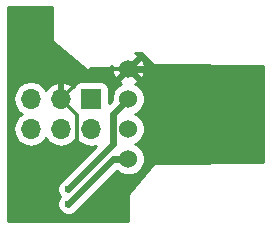
<source format=gbl>
G04 #@! TF.FileFunction,Copper,L2,Bot,Signal*
%FSLAX46Y46*%
G04 Gerber Fmt 4.6, Leading zero omitted, Abs format (unit mm)*
G04 Created by KiCad (PCBNEW 4.0.6) date Fri Jul 21 15:56:31 2017*
%MOMM*%
%LPD*%
G01*
G04 APERTURE LIST*
%ADD10C,0.100000*%
%ADD11C,1.524000*%
%ADD12R,1.700000X1.700000*%
%ADD13O,1.700000X1.700000*%
%ADD14C,0.600000*%
%ADD15C,0.600000*%
%ADD16C,0.300000*%
%ADD17C,0.254000*%
G04 APERTURE END LIST*
D10*
D11*
X65405000Y-40640000D03*
X65405000Y-43180000D03*
X65405000Y-45720000D03*
X65405000Y-48260000D03*
D12*
X62230000Y-43180000D03*
D13*
X62230000Y-45720000D03*
X59690000Y-43180000D03*
X59690000Y-45720000D03*
X57150000Y-43180000D03*
X57150000Y-45720000D03*
D14*
X60325000Y-50800000D03*
X60325000Y-52070000D03*
X71755000Y-45085000D03*
X66675000Y-44450000D03*
X58420000Y-36195000D03*
X55880000Y-36195000D03*
X55880000Y-40640000D03*
X55880000Y-38735000D03*
X58420000Y-38735000D03*
X70485000Y-48260000D03*
X72390000Y-48260000D03*
X74930000Y-48260000D03*
X76200000Y-48260000D03*
X76200000Y-46355000D03*
X76200000Y-44450000D03*
X76200000Y-42545000D03*
X76200000Y-40640000D03*
X74930000Y-40640000D03*
X72390000Y-40640000D03*
X70485000Y-40640000D03*
X61595000Y-47625000D03*
D15*
X60325000Y-50800000D02*
X64142999Y-46982001D01*
X64142999Y-46982001D02*
X64142999Y-44442001D01*
X64142999Y-44442001D02*
X64643001Y-43941999D01*
X64643001Y-43941999D02*
X65405000Y-43180000D01*
X64142999Y-46347001D02*
X64142999Y-44442001D01*
X60325000Y-52070000D02*
X64135000Y-48260000D01*
X64135000Y-48260000D02*
X65405000Y-48260000D01*
D16*
X66675000Y-44450000D02*
X71120000Y-44450000D01*
X71120000Y-44450000D02*
X71755000Y-45085000D01*
X70485000Y-48260000D02*
X66675000Y-44450000D01*
X55880000Y-36195000D02*
X58420000Y-36195000D01*
X55880000Y-38735000D02*
X55880000Y-40640000D01*
X59690000Y-43180000D02*
X59690000Y-40005000D01*
X59690000Y-40005000D02*
X58420000Y-38735000D01*
X59690000Y-43180000D02*
X62230000Y-40640000D01*
X62230000Y-40640000D02*
X65405000Y-40640000D01*
X61595000Y-47625000D02*
X61029999Y-47059999D01*
X61029999Y-47059999D02*
X61029999Y-44519999D01*
X60539999Y-44029999D02*
X59690000Y-43180000D01*
X61029999Y-44519999D02*
X60539999Y-44029999D01*
D15*
X72390000Y-48260000D02*
X70485000Y-48260000D01*
X76200000Y-48260000D02*
X74930000Y-48260000D01*
X76200000Y-44450000D02*
X76200000Y-46355000D01*
X76200000Y-40640000D02*
X76200000Y-42545000D01*
X72390000Y-40640000D02*
X74930000Y-40640000D01*
X65405000Y-40640000D02*
X70485000Y-40640000D01*
D17*
G36*
X58898000Y-38215000D02*
X58908006Y-38264410D01*
X58943697Y-38312564D01*
X61943697Y-40812564D01*
X61988060Y-40836509D01*
X62025000Y-40842000D01*
X63525000Y-40842000D01*
X63574410Y-40831994D01*
X63614803Y-40804803D01*
X64000599Y-40419007D01*
X63995856Y-40432302D01*
X64023638Y-40987368D01*
X64182603Y-41371143D01*
X64424787Y-41440608D01*
X65225395Y-40640000D01*
X65584605Y-40640000D01*
X66385213Y-41440608D01*
X66627397Y-41371143D01*
X66814144Y-40847698D01*
X66786362Y-40292632D01*
X66627397Y-39908857D01*
X66385213Y-39839392D01*
X65584605Y-40640000D01*
X65225395Y-40640000D01*
X65211253Y-40625858D01*
X65390858Y-40446253D01*
X65405000Y-40460395D01*
X66205608Y-39659787D01*
X66136143Y-39417603D01*
X65924231Y-39342000D01*
X66472394Y-39342000D01*
X67898000Y-40767606D01*
X67898000Y-48169020D01*
X65427436Y-51133697D01*
X65403491Y-51178060D01*
X65398000Y-51215000D01*
X65398000Y-53530000D01*
X55210000Y-53530000D01*
X55210000Y-43150907D01*
X55665000Y-43150907D01*
X55665000Y-43209093D01*
X55778039Y-43777378D01*
X56099946Y-44259147D01*
X56385578Y-44450000D01*
X56099946Y-44640853D01*
X55778039Y-45122622D01*
X55665000Y-45690907D01*
X55665000Y-45749093D01*
X55778039Y-46317378D01*
X56099946Y-46799147D01*
X56581715Y-47121054D01*
X57150000Y-47234093D01*
X57718285Y-47121054D01*
X58200054Y-46799147D01*
X58420000Y-46469974D01*
X58639946Y-46799147D01*
X59121715Y-47121054D01*
X59690000Y-47234093D01*
X60258285Y-47121054D01*
X60740054Y-46799147D01*
X60960000Y-46469974D01*
X61179946Y-46799147D01*
X61661715Y-47121054D01*
X62230000Y-47234093D01*
X62652697Y-47150013D01*
X59664146Y-50138564D01*
X59532808Y-50269673D01*
X59390162Y-50613201D01*
X59389838Y-50985167D01*
X59531883Y-51328943D01*
X59637710Y-51434954D01*
X59532808Y-51539673D01*
X59390162Y-51883201D01*
X59389838Y-52255167D01*
X59531883Y-52598943D01*
X59794673Y-52862192D01*
X60138201Y-53004838D01*
X60510167Y-53005162D01*
X60853943Y-52863117D01*
X61117192Y-52600327D01*
X61117355Y-52599935D01*
X64443293Y-49273997D01*
X64612630Y-49443629D01*
X65125900Y-49656757D01*
X65681661Y-49657242D01*
X66195303Y-49445010D01*
X66588629Y-49052370D01*
X66801757Y-48539100D01*
X66802242Y-47983339D01*
X66590010Y-47469697D01*
X66197370Y-47076371D01*
X65989488Y-46990051D01*
X66195303Y-46905010D01*
X66588629Y-46512370D01*
X66801757Y-45999100D01*
X66802242Y-45443339D01*
X66590010Y-44929697D01*
X66197370Y-44536371D01*
X65989488Y-44450051D01*
X66195303Y-44365010D01*
X66588629Y-43972370D01*
X66801757Y-43459100D01*
X66802242Y-42903339D01*
X66590010Y-42389697D01*
X66197370Y-41996371D01*
X66005273Y-41916605D01*
X66136143Y-41862397D01*
X66205608Y-41620213D01*
X65405000Y-40819605D01*
X64604392Y-41620213D01*
X64673857Y-41862397D01*
X64814318Y-41912509D01*
X64614697Y-41994990D01*
X64221371Y-42387630D01*
X64008243Y-42900900D01*
X64007934Y-43254776D01*
X63727440Y-43535270D01*
X63727440Y-42330000D01*
X63683162Y-42094683D01*
X63544090Y-41878559D01*
X63331890Y-41733569D01*
X63080000Y-41682560D01*
X61380000Y-41682560D01*
X61144683Y-41726838D01*
X60928559Y-41865910D01*
X60783569Y-42078110D01*
X60761699Y-42186107D01*
X60456924Y-41908355D01*
X60046890Y-41738524D01*
X59817000Y-41859845D01*
X59817000Y-43053000D01*
X59837000Y-43053000D01*
X59837000Y-43307000D01*
X59817000Y-43307000D01*
X59817000Y-43327000D01*
X59563000Y-43327000D01*
X59563000Y-43307000D01*
X59543000Y-43307000D01*
X59543000Y-43053000D01*
X59563000Y-43053000D01*
X59563000Y-41859845D01*
X59333110Y-41738524D01*
X58923076Y-41908355D01*
X58494817Y-42298642D01*
X58427702Y-42441553D01*
X58200054Y-42100853D01*
X57718285Y-41778946D01*
X57150000Y-41665907D01*
X56581715Y-41778946D01*
X56099946Y-42100853D01*
X55778039Y-42582622D01*
X55665000Y-43150907D01*
X55210000Y-43150907D01*
X55210000Y-35400000D01*
X58898000Y-35400000D01*
X58898000Y-38215000D01*
X58898000Y-38215000D01*
G37*
X58898000Y-38215000D02*
X58908006Y-38264410D01*
X58943697Y-38312564D01*
X61943697Y-40812564D01*
X61988060Y-40836509D01*
X62025000Y-40842000D01*
X63525000Y-40842000D01*
X63574410Y-40831994D01*
X63614803Y-40804803D01*
X64000599Y-40419007D01*
X63995856Y-40432302D01*
X64023638Y-40987368D01*
X64182603Y-41371143D01*
X64424787Y-41440608D01*
X65225395Y-40640000D01*
X65584605Y-40640000D01*
X66385213Y-41440608D01*
X66627397Y-41371143D01*
X66814144Y-40847698D01*
X66786362Y-40292632D01*
X66627397Y-39908857D01*
X66385213Y-39839392D01*
X65584605Y-40640000D01*
X65225395Y-40640000D01*
X65211253Y-40625858D01*
X65390858Y-40446253D01*
X65405000Y-40460395D01*
X66205608Y-39659787D01*
X66136143Y-39417603D01*
X65924231Y-39342000D01*
X66472394Y-39342000D01*
X67898000Y-40767606D01*
X67898000Y-48169020D01*
X65427436Y-51133697D01*
X65403491Y-51178060D01*
X65398000Y-51215000D01*
X65398000Y-53530000D01*
X55210000Y-53530000D01*
X55210000Y-43150907D01*
X55665000Y-43150907D01*
X55665000Y-43209093D01*
X55778039Y-43777378D01*
X56099946Y-44259147D01*
X56385578Y-44450000D01*
X56099946Y-44640853D01*
X55778039Y-45122622D01*
X55665000Y-45690907D01*
X55665000Y-45749093D01*
X55778039Y-46317378D01*
X56099946Y-46799147D01*
X56581715Y-47121054D01*
X57150000Y-47234093D01*
X57718285Y-47121054D01*
X58200054Y-46799147D01*
X58420000Y-46469974D01*
X58639946Y-46799147D01*
X59121715Y-47121054D01*
X59690000Y-47234093D01*
X60258285Y-47121054D01*
X60740054Y-46799147D01*
X60960000Y-46469974D01*
X61179946Y-46799147D01*
X61661715Y-47121054D01*
X62230000Y-47234093D01*
X62652697Y-47150013D01*
X59664146Y-50138564D01*
X59532808Y-50269673D01*
X59390162Y-50613201D01*
X59389838Y-50985167D01*
X59531883Y-51328943D01*
X59637710Y-51434954D01*
X59532808Y-51539673D01*
X59390162Y-51883201D01*
X59389838Y-52255167D01*
X59531883Y-52598943D01*
X59794673Y-52862192D01*
X60138201Y-53004838D01*
X60510167Y-53005162D01*
X60853943Y-52863117D01*
X61117192Y-52600327D01*
X61117355Y-52599935D01*
X64443293Y-49273997D01*
X64612630Y-49443629D01*
X65125900Y-49656757D01*
X65681661Y-49657242D01*
X66195303Y-49445010D01*
X66588629Y-49052370D01*
X66801757Y-48539100D01*
X66802242Y-47983339D01*
X66590010Y-47469697D01*
X66197370Y-47076371D01*
X65989488Y-46990051D01*
X66195303Y-46905010D01*
X66588629Y-46512370D01*
X66801757Y-45999100D01*
X66802242Y-45443339D01*
X66590010Y-44929697D01*
X66197370Y-44536371D01*
X65989488Y-44450051D01*
X66195303Y-44365010D01*
X66588629Y-43972370D01*
X66801757Y-43459100D01*
X66802242Y-42903339D01*
X66590010Y-42389697D01*
X66197370Y-41996371D01*
X66005273Y-41916605D01*
X66136143Y-41862397D01*
X66205608Y-41620213D01*
X65405000Y-40819605D01*
X64604392Y-41620213D01*
X64673857Y-41862397D01*
X64814318Y-41912509D01*
X64614697Y-41994990D01*
X64221371Y-42387630D01*
X64008243Y-42900900D01*
X64007934Y-43254776D01*
X63727440Y-43535270D01*
X63727440Y-42330000D01*
X63683162Y-42094683D01*
X63544090Y-41878559D01*
X63331890Y-41733569D01*
X63080000Y-41682560D01*
X61380000Y-41682560D01*
X61144683Y-41726838D01*
X60928559Y-41865910D01*
X60783569Y-42078110D01*
X60761699Y-42186107D01*
X60456924Y-41908355D01*
X60046890Y-41738524D01*
X59817000Y-41859845D01*
X59817000Y-43053000D01*
X59837000Y-43053000D01*
X59837000Y-43307000D01*
X59817000Y-43307000D01*
X59817000Y-43327000D01*
X59563000Y-43327000D01*
X59563000Y-43307000D01*
X59543000Y-43307000D01*
X59543000Y-43053000D01*
X59563000Y-43053000D01*
X59563000Y-41859845D01*
X59333110Y-41738524D01*
X58923076Y-41908355D01*
X58494817Y-42298642D01*
X58427702Y-42441553D01*
X58200054Y-42100853D01*
X57718285Y-41778946D01*
X57150000Y-41665907D01*
X56581715Y-41778946D01*
X56099946Y-42100853D01*
X55778039Y-42582622D01*
X55665000Y-43150907D01*
X55210000Y-43150907D01*
X55210000Y-35400000D01*
X58898000Y-35400000D01*
X58898000Y-38215000D01*
G36*
X58898000Y-38215000D02*
X58908006Y-38264410D01*
X58943697Y-38312564D01*
X61943697Y-40812564D01*
X61988060Y-40836509D01*
X62025000Y-40842000D01*
X63525000Y-40842000D01*
X63574410Y-40831994D01*
X63614803Y-40804803D01*
X64000599Y-40419007D01*
X63995856Y-40432302D01*
X64023638Y-40987368D01*
X64182603Y-41371143D01*
X64424787Y-41440608D01*
X65225395Y-40640000D01*
X65584605Y-40640000D01*
X66385213Y-41440608D01*
X66627397Y-41371143D01*
X66814144Y-40847698D01*
X66786362Y-40292632D01*
X66627397Y-39908857D01*
X66385213Y-39839392D01*
X65584605Y-40640000D01*
X65225395Y-40640000D01*
X65211253Y-40625858D01*
X65390858Y-40446253D01*
X65405000Y-40460395D01*
X66205608Y-39659787D01*
X66136143Y-39417603D01*
X65924231Y-39342000D01*
X66472394Y-39342000D01*
X67435197Y-40304803D01*
X67477211Y-40332666D01*
X67525000Y-40342000D01*
X72254096Y-40342000D01*
X72262862Y-40347857D01*
X72525000Y-40400000D01*
X76840000Y-40400000D01*
X76840000Y-48530000D01*
X72525000Y-48530000D01*
X72262862Y-48582143D01*
X72254096Y-48588000D01*
X67525000Y-48588000D01*
X67475590Y-48598006D01*
X67425830Y-48635664D01*
X65425830Y-51135664D01*
X65402777Y-51180497D01*
X65398000Y-51215000D01*
X65398000Y-53530000D01*
X55210000Y-53530000D01*
X55210000Y-43150907D01*
X55665000Y-43150907D01*
X55665000Y-43209093D01*
X55778039Y-43777378D01*
X56099946Y-44259147D01*
X56385578Y-44450000D01*
X56099946Y-44640853D01*
X55778039Y-45122622D01*
X55665000Y-45690907D01*
X55665000Y-45749093D01*
X55778039Y-46317378D01*
X56099946Y-46799147D01*
X56581715Y-47121054D01*
X57150000Y-47234093D01*
X57718285Y-47121054D01*
X58200054Y-46799147D01*
X58420000Y-46469974D01*
X58639946Y-46799147D01*
X59121715Y-47121054D01*
X59690000Y-47234093D01*
X60258285Y-47121054D01*
X60740054Y-46799147D01*
X60960000Y-46469974D01*
X61179946Y-46799147D01*
X61661715Y-47121054D01*
X62230000Y-47234093D01*
X62652697Y-47150013D01*
X59664146Y-50138564D01*
X59532808Y-50269673D01*
X59390162Y-50613201D01*
X59389838Y-50985167D01*
X59531883Y-51328943D01*
X59637710Y-51434954D01*
X59532808Y-51539673D01*
X59390162Y-51883201D01*
X59389838Y-52255167D01*
X59531883Y-52598943D01*
X59794673Y-52862192D01*
X60138201Y-53004838D01*
X60510167Y-53005162D01*
X60853943Y-52863117D01*
X61117192Y-52600327D01*
X61117355Y-52599935D01*
X64443293Y-49273997D01*
X64612630Y-49443629D01*
X65125900Y-49656757D01*
X65681661Y-49657242D01*
X66195303Y-49445010D01*
X66588629Y-49052370D01*
X66801757Y-48539100D01*
X66802242Y-47983339D01*
X66590010Y-47469697D01*
X66197370Y-47076371D01*
X65989488Y-46990051D01*
X66195303Y-46905010D01*
X66588629Y-46512370D01*
X66801757Y-45999100D01*
X66802242Y-45443339D01*
X66590010Y-44929697D01*
X66197370Y-44536371D01*
X65989488Y-44450051D01*
X66195303Y-44365010D01*
X66588629Y-43972370D01*
X66801757Y-43459100D01*
X66802242Y-42903339D01*
X66590010Y-42389697D01*
X66197370Y-41996371D01*
X66005273Y-41916605D01*
X66136143Y-41862397D01*
X66205608Y-41620213D01*
X65405000Y-40819605D01*
X64604392Y-41620213D01*
X64673857Y-41862397D01*
X64814318Y-41912509D01*
X64614697Y-41994990D01*
X64221371Y-42387630D01*
X64008243Y-42900900D01*
X64007934Y-43254776D01*
X63727440Y-43535270D01*
X63727440Y-42330000D01*
X63683162Y-42094683D01*
X63544090Y-41878559D01*
X63331890Y-41733569D01*
X63080000Y-41682560D01*
X61380000Y-41682560D01*
X61144683Y-41726838D01*
X60928559Y-41865910D01*
X60783569Y-42078110D01*
X60761699Y-42186107D01*
X60456924Y-41908355D01*
X60046890Y-41738524D01*
X59817000Y-41859845D01*
X59817000Y-43053000D01*
X59837000Y-43053000D01*
X59837000Y-43307000D01*
X59817000Y-43307000D01*
X59817000Y-43327000D01*
X59563000Y-43327000D01*
X59563000Y-43307000D01*
X59543000Y-43307000D01*
X59543000Y-43053000D01*
X59563000Y-43053000D01*
X59563000Y-41859845D01*
X59333110Y-41738524D01*
X58923076Y-41908355D01*
X58494817Y-42298642D01*
X58427702Y-42441553D01*
X58200054Y-42100853D01*
X57718285Y-41778946D01*
X57150000Y-41665907D01*
X56581715Y-41778946D01*
X56099946Y-42100853D01*
X55778039Y-42582622D01*
X55665000Y-43150907D01*
X55210000Y-43150907D01*
X55210000Y-35400000D01*
X58898000Y-35400000D01*
X58898000Y-38215000D01*
X58898000Y-38215000D01*
G37*
X58898000Y-38215000D02*
X58908006Y-38264410D01*
X58943697Y-38312564D01*
X61943697Y-40812564D01*
X61988060Y-40836509D01*
X62025000Y-40842000D01*
X63525000Y-40842000D01*
X63574410Y-40831994D01*
X63614803Y-40804803D01*
X64000599Y-40419007D01*
X63995856Y-40432302D01*
X64023638Y-40987368D01*
X64182603Y-41371143D01*
X64424787Y-41440608D01*
X65225395Y-40640000D01*
X65584605Y-40640000D01*
X66385213Y-41440608D01*
X66627397Y-41371143D01*
X66814144Y-40847698D01*
X66786362Y-40292632D01*
X66627397Y-39908857D01*
X66385213Y-39839392D01*
X65584605Y-40640000D01*
X65225395Y-40640000D01*
X65211253Y-40625858D01*
X65390858Y-40446253D01*
X65405000Y-40460395D01*
X66205608Y-39659787D01*
X66136143Y-39417603D01*
X65924231Y-39342000D01*
X66472394Y-39342000D01*
X67435197Y-40304803D01*
X67477211Y-40332666D01*
X67525000Y-40342000D01*
X72254096Y-40342000D01*
X72262862Y-40347857D01*
X72525000Y-40400000D01*
X76840000Y-40400000D01*
X76840000Y-48530000D01*
X72525000Y-48530000D01*
X72262862Y-48582143D01*
X72254096Y-48588000D01*
X67525000Y-48588000D01*
X67475590Y-48598006D01*
X67425830Y-48635664D01*
X65425830Y-51135664D01*
X65402777Y-51180497D01*
X65398000Y-51215000D01*
X65398000Y-53530000D01*
X55210000Y-53530000D01*
X55210000Y-43150907D01*
X55665000Y-43150907D01*
X55665000Y-43209093D01*
X55778039Y-43777378D01*
X56099946Y-44259147D01*
X56385578Y-44450000D01*
X56099946Y-44640853D01*
X55778039Y-45122622D01*
X55665000Y-45690907D01*
X55665000Y-45749093D01*
X55778039Y-46317378D01*
X56099946Y-46799147D01*
X56581715Y-47121054D01*
X57150000Y-47234093D01*
X57718285Y-47121054D01*
X58200054Y-46799147D01*
X58420000Y-46469974D01*
X58639946Y-46799147D01*
X59121715Y-47121054D01*
X59690000Y-47234093D01*
X60258285Y-47121054D01*
X60740054Y-46799147D01*
X60960000Y-46469974D01*
X61179946Y-46799147D01*
X61661715Y-47121054D01*
X62230000Y-47234093D01*
X62652697Y-47150013D01*
X59664146Y-50138564D01*
X59532808Y-50269673D01*
X59390162Y-50613201D01*
X59389838Y-50985167D01*
X59531883Y-51328943D01*
X59637710Y-51434954D01*
X59532808Y-51539673D01*
X59390162Y-51883201D01*
X59389838Y-52255167D01*
X59531883Y-52598943D01*
X59794673Y-52862192D01*
X60138201Y-53004838D01*
X60510167Y-53005162D01*
X60853943Y-52863117D01*
X61117192Y-52600327D01*
X61117355Y-52599935D01*
X64443293Y-49273997D01*
X64612630Y-49443629D01*
X65125900Y-49656757D01*
X65681661Y-49657242D01*
X66195303Y-49445010D01*
X66588629Y-49052370D01*
X66801757Y-48539100D01*
X66802242Y-47983339D01*
X66590010Y-47469697D01*
X66197370Y-47076371D01*
X65989488Y-46990051D01*
X66195303Y-46905010D01*
X66588629Y-46512370D01*
X66801757Y-45999100D01*
X66802242Y-45443339D01*
X66590010Y-44929697D01*
X66197370Y-44536371D01*
X65989488Y-44450051D01*
X66195303Y-44365010D01*
X66588629Y-43972370D01*
X66801757Y-43459100D01*
X66802242Y-42903339D01*
X66590010Y-42389697D01*
X66197370Y-41996371D01*
X66005273Y-41916605D01*
X66136143Y-41862397D01*
X66205608Y-41620213D01*
X65405000Y-40819605D01*
X64604392Y-41620213D01*
X64673857Y-41862397D01*
X64814318Y-41912509D01*
X64614697Y-41994990D01*
X64221371Y-42387630D01*
X64008243Y-42900900D01*
X64007934Y-43254776D01*
X63727440Y-43535270D01*
X63727440Y-42330000D01*
X63683162Y-42094683D01*
X63544090Y-41878559D01*
X63331890Y-41733569D01*
X63080000Y-41682560D01*
X61380000Y-41682560D01*
X61144683Y-41726838D01*
X60928559Y-41865910D01*
X60783569Y-42078110D01*
X60761699Y-42186107D01*
X60456924Y-41908355D01*
X60046890Y-41738524D01*
X59817000Y-41859845D01*
X59817000Y-43053000D01*
X59837000Y-43053000D01*
X59837000Y-43307000D01*
X59817000Y-43307000D01*
X59817000Y-43327000D01*
X59563000Y-43327000D01*
X59563000Y-43307000D01*
X59543000Y-43307000D01*
X59543000Y-43053000D01*
X59563000Y-43053000D01*
X59563000Y-41859845D01*
X59333110Y-41738524D01*
X58923076Y-41908355D01*
X58494817Y-42298642D01*
X58427702Y-42441553D01*
X58200054Y-42100853D01*
X57718285Y-41778946D01*
X57150000Y-41665907D01*
X56581715Y-41778946D01*
X56099946Y-42100853D01*
X55778039Y-42582622D01*
X55665000Y-43150907D01*
X55210000Y-43150907D01*
X55210000Y-35400000D01*
X58898000Y-35400000D01*
X58898000Y-38215000D01*
M02*

</source>
